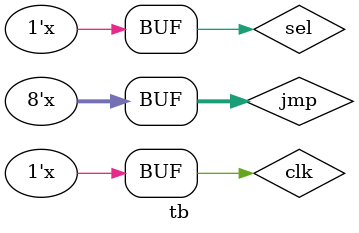
<source format=v>
module tb;
	reg clk;
	reg sel;
	reg [7:0] jmp;
	wire [7:0] pc_out;
	wire [7:0] r15;

	pc_module uut (
		.clk(clk), 
		.sel(sel), 
		.jmp(jmp), 
		.r15 (r15), 
		.pc_out (pc_out)
	);
	
	always #10 clk <= !clk;
	always #100 sel <= !sel;
	always #100 jmp <= jmp + 10;
	
	initial begin

		clk = 0;
		sel = 0;
		jmp = 0;
	
	end 
endmodule

</source>
